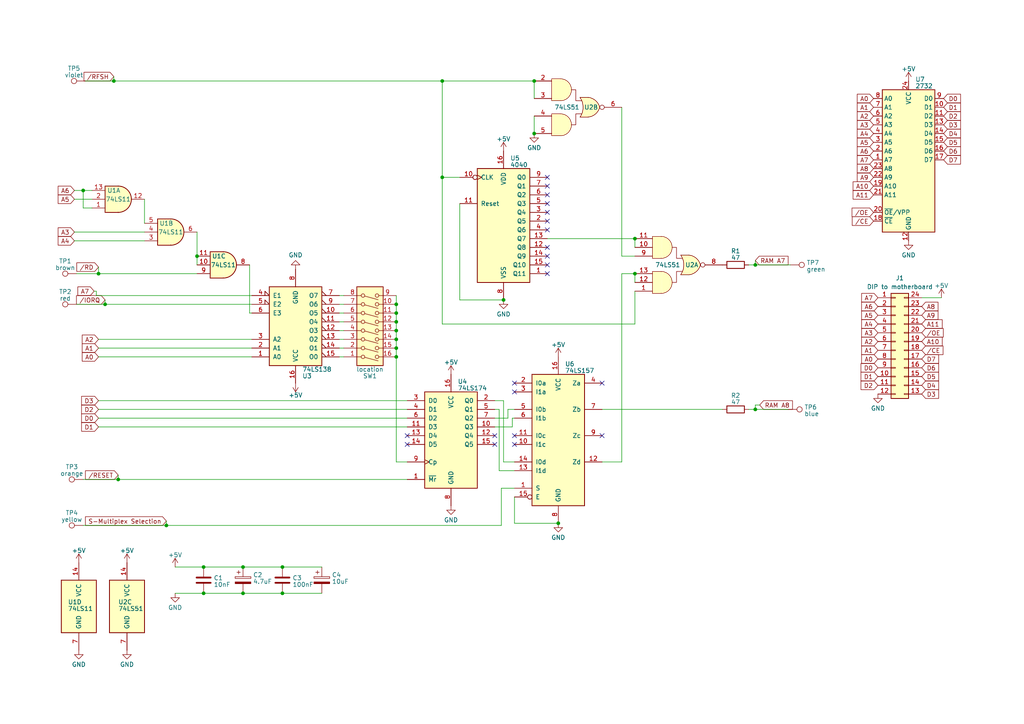
<source format=kicad_sch>
(kicad_sch (version 20230121) (generator eeschema)
  (paper "A4")
  (lib_symbols
    (symbol "4xxx:4040" (pin_names (offset 1.016))
      (property "Reference" "U" (at -7.62 16.51 0))
      (property "Value" "4040" (at -7.62 -19.05 0))
      (symbol "4040_1_0"
        (pin output line (at 12.7 -15.24 180) (length 5.08) (name "Q11") (number "1"))
        (pin input inverted_clock (at -12.7 12.7 0) (length 5.08) (name "CLK") (number "10"))
        (pin input line (at -12.7 5.08 0) (length 5.08) (name "Reset") (number "11"))
        (pin output line (at 12.7 -7.62 180) (length 5.08) (name "Q8") (number "12"))
        (pin output line (at 12.7 -5.08 180) (length 5.08) (name "Q7") (number "13"))
        (pin output line (at 12.7 -10.16 180) (length 5.08) (name "Q9") (number "14"))
        (pin output line (at 12.7 -12.7 180) (length 5.08) (name "Q10") (number "15"))
        (pin power_in line (at 0 20.32 270) (length 5.08) (name "VDD") (number "16"))
        (pin output line (at 12.7 0 180) (length 5.08) (name "Q5") (number "2"))
        (pin output line (at 12.7 2.54 180) (length 5.08) (name "Q4") (number "3"))
        (pin output line (at 12.7 -2.54 180) (length 5.08) (name "Q6") (number "4"))
        (pin output line (at 12.7 5.08 180) (length 5.08) (name "Q3") (number "5"))
        (pin output line (at 12.7 7.62 180) (length 5.08) (name "Q2") (number "6"))
        (pin output line (at 12.7 10.16 180) (length 5.08) (name "Q1") (number "7"))
        (pin power_in line (at 0 -22.86 90) (length 5.08) (name "VSS") (number "8"))
        (pin output line (at 12.7 12.7 180) (length 5.08) (name "Q0") (number "9"))
      )
      (symbol "4040_1_1"
        (rectangle (start -7.62 15.24) (end 7.62 -17.78) (stroke (width 0.254)) (fill (type background)))
      )
    )
    (symbol "74xx:74LS11" (pin_names (offset 1.016))
      (property "Reference" "U" (at 0 1.27 0))
      (property "Value" "74LS11" (at 0 -1.27 0))
      (symbol "74LS11_1_1"
        (arc (start 0 -3.81) (mid 3.7934 0) (end 0 3.81) (stroke (width 0.254)) (fill (type background)))
        (polyline (pts (xy 0 3.81) (xy -3.81 3.81) (xy -3.81 -3.81) (xy 0 -3.81)) (stroke (width 0.254)) (fill (type background)))
        (pin input line (at -7.62 2.54 0) (length 3.81) (name "~") (number "1"))
        (pin output line (at 7.62 0 180) (length 3.81) (name "~") (number "12"))
        (pin input line (at -7.62 -2.54 0) (length 3.81) (name "~") (number "13"))
        (pin input line (at -7.62 0 0) (length 3.81) (name "~") (number "2"))
      )
      (symbol "74LS11_1_2"
        (arc (start -3.81 -3.81) (mid -2.589 0) (end -3.81 3.81) (stroke (width 0.254)))
        (arc (start -0.6096 -3.81) (mid 2.1842 -2.5851) (end 3.81 0) (stroke (width 0.254)) (fill (type background)))
        (polyline (pts (xy -3.81 -3.81) (xy -0.635 -3.81)) (stroke (width 0.254)) (fill (type background)))
        (polyline (pts (xy -3.81 3.81) (xy -0.635 3.81)) (stroke (width 0.254)) (fill (type background)))
        (polyline (pts (xy -0.635 3.81) (xy -3.81 3.81) (xy -3.81 3.81) (xy -3.556 3.4036) (xy -3.0226 2.2606) (xy -2.6924 1.0414) (xy -2.6162 -0.254) (xy -2.7686 -1.4986) (xy -3.175 -2.7178) (xy -3.81 -3.81) (xy -3.81 -3.81) (xy -0.635 -3.81)) (stroke (width -25.4)) (fill (type background)))
        (arc (start 3.81 0) (mid 2.1915 2.5936) (end -0.6096 3.81) (stroke (width 0.254)) (fill (type background)))
        (pin input inverted (at -7.62 2.54 0) (length 4.318) (name "~") (number "1"))
        (pin output inverted (at 7.62 0 180) (length 3.81) (name "~") (number "12"))
        (pin input inverted (at -7.62 -2.54 0) (length 4.318) (name "~") (number "13"))
        (pin input inverted (at -7.62 0 0) (length 4.953) (name "~") (number "2"))
      )
      (symbol "74LS11_2_1"
        (arc (start 0 -3.81) (mid 3.7934 0) (end 0 3.81) (stroke (width 0.254)) (fill (type background)))
        (polyline (pts (xy 0 3.81) (xy -3.81 3.81) (xy -3.81 -3.81) (xy 0 -3.81)) (stroke (width 0.254)) (fill (type background)))
        (pin input line (at -7.62 2.54 0) (length 3.81) (name "~") (number "3"))
        (pin input line (at -7.62 0 0) (length 3.81) (name "~") (number "4"))
        (pin input line (at -7.62 -2.54 0) (length 3.81) (name "~") (number "5"))
        (pin output line (at 7.62 0 180) (length 3.81) (name "~") (number "6"))
      )
      (symbol "74LS11_2_2"
        (arc (start -3.81 -3.81) (mid -2.589 0) (end -3.81 3.81) (stroke (width 0.254)))
        (arc (start -0.6096 -3.81) (mid 2.1842 -2.5851) (end 3.81 0) (stroke (width 0.254)) (fill (type background)))
        (polyline (pts (xy -3.81 -3.81) (xy -0.635 -3.81)) (stroke (width 0.254)) (fill (type background)))
        (polyline (pts (xy -3.81 3.81) (xy -0.635 3.81)) (stroke (width 0.254)) (fill (type background)))
        (polyline (pts (xy -0.635 3.81) (xy -3.81 3.81) (xy -3.81 3.81) (xy -3.556 3.4036) (xy -3.0226 2.2606) (xy -2.6924 1.0414) (xy -2.6162 -0.254) (xy -2.7686 -1.4986) (xy -3.175 -2.7178) (xy -3.81 -3.81) (xy -3.81 -3.81) (xy -0.635 -3.81)) (stroke (width -25.4)) (fill (type background)))
        (arc (start 3.81 0) (mid 2.1915 2.5936) (end -0.6096 3.81) (stroke (width 0.254)) (fill (type background)))
        (pin input inverted (at -7.62 2.54 0) (length 4.318) (name "~") (number "3"))
        (pin input inverted (at -7.62 0 0) (length 4.953) (name "~") (number "4"))
        (pin input inverted (at -7.62 -2.54 0) (length 4.318) (name "~") (number "5"))
        (pin output inverted (at 7.62 0 180) (length 3.81) (name "~") (number "6"))
      )
      (symbol "74LS11_3_1"
        (arc (start 0 -3.81) (mid 3.7934 0) (end 0 3.81) (stroke (width 0.254)) (fill (type background)))
        (polyline (pts (xy 0 3.81) (xy -3.81 3.81) (xy -3.81 -3.81) (xy 0 -3.81)) (stroke (width 0.254)) (fill (type background)))
        (pin input line (at -7.62 0 0) (length 3.81) (name "~") (number "10"))
        (pin input line (at -7.62 -2.54 0) (length 3.81) (name "~") (number "11"))
        (pin output line (at 7.62 0 180) (length 3.81) (name "~") (number "8"))
        (pin input line (at -7.62 2.54 0) (length 3.81) (name "~") (number "9"))
      )
      (symbol "74LS11_3_2"
        (arc (start -3.81 -3.81) (mid -2.589 0) (end -3.81 3.81) (stroke (width 0.254)))
        (arc (start -0.6096 -3.81) (mid 2.1842 -2.5851) (end 3.81 0) (stroke (width 0.254)) (fill (type background)))
        (polyline (pts (xy -3.81 -3.81) (xy -0.635 -3.81)) (stroke (width 0.254)) (fill (type background)))
        (polyline (pts (xy -3.81 3.81) (xy -0.635 3.81)) (stroke (width 0.254)) (fill (type background)))
        (polyline (pts (xy -0.635 3.81) (xy -3.81 3.81) (xy -3.81 3.81) (xy -3.556 3.4036) (xy -3.0226 2.2606) (xy -2.6924 1.0414) (xy -2.6162 -0.254) (xy -2.7686 -1.4986) (xy -3.175 -2.7178) (xy -3.81 -3.81) (xy -3.81 -3.81) (xy -0.635 -3.81)) (stroke (width -25.4)) (fill (type background)))
        (arc (start 3.81 0) (mid 2.1915 2.5936) (end -0.6096 3.81) (stroke (width 0.254)) (fill (type background)))
        (pin input inverted (at -7.62 0 0) (length 4.953) (name "~") (number "10"))
        (pin input inverted (at -7.62 -2.54 0) (length 4.318) (name "~") (number "11"))
        (pin output inverted (at 7.62 0 180) (length 3.81) (name "~") (number "8"))
        (pin input inverted (at -7.62 2.54 0) (length 4.318) (name "~") (number "9"))
      )
      (symbol "74LS11_4_0"
        (pin power_in line (at 0 12.7 270) (length 5.08) (name "VCC") (number "14"))
        (pin power_in line (at 0 -12.7 90) (length 5.08) (name "GND") (number "7"))
      )
      (symbol "74LS11_4_1"
        (rectangle (start -5.08 7.62) (end 5.08 -7.62) (stroke (width 0.254)) (fill (type background)))
      )
    )
    (symbol "74xx:74LS138" (pin_names (offset 1.016))
      (property "Reference" "U" (at -7.62 11.43 0))
      (property "Value" "74LS138" (at -7.62 -13.97 0))
      (symbol "74LS138_1_0"
        (pin input line (at -12.7 7.62 0) (length 5.08) (name "A0") (number "1"))
        (pin output output_low (at 12.7 -5.08 180) (length 5.08) (name "O5") (number "10"))
        (pin output output_low (at 12.7 -2.54 180) (length 5.08) (name "O4") (number "11"))
        (pin output output_low (at 12.7 0 180) (length 5.08) (name "O3") (number "12"))
        (pin output output_low (at 12.7 2.54 180) (length 5.08) (name "O2") (number "13"))
        (pin output output_low (at 12.7 5.08 180) (length 5.08) (name "O1") (number "14"))
        (pin output output_low (at 12.7 7.62 180) (length 5.08) (name "O0") (number "15"))
        (pin power_in line (at 0 15.24 270) (length 5.08) (name "VCC") (number "16"))
        (pin input line (at -12.7 5.08 0) (length 5.08) (name "A1") (number "2"))
        (pin input line (at -12.7 2.54 0) (length 5.08) (name "A2") (number "3"))
        (pin input input_low (at -12.7 -10.16 0) (length 5.08) (name "E1") (number "4"))
        (pin input input_low (at -12.7 -7.62 0) (length 5.08) (name "E2") (number "5"))
        (pin input line (at -12.7 -5.08 0) (length 5.08) (name "E3") (number "6"))
        (pin output output_low (at 12.7 -10.16 180) (length 5.08) (name "O7") (number "7"))
        (pin power_in line (at 0 -17.78 90) (length 5.08) (name "GND") (number "8"))
        (pin output output_low (at 12.7 -7.62 180) (length 5.08) (name "O6") (number "9"))
      )
      (symbol "74LS138_1_1"
        (rectangle (start -7.62 10.16) (end 7.62 -12.7) (stroke (width 0.254)) (fill (type background)))
      )
    )
    (symbol "74xx:74LS157" (pin_names (offset 1.016))
      (property "Reference" "U" (at -7.62 19.05 0))
      (property "Value" "74LS157" (at -7.62 -21.59 0))
      (symbol "74LS157_1_0"
        (pin input line (at -12.7 -15.24 0) (length 5.08) (name "S") (number "1"))
        (pin input line (at -12.7 -2.54 0) (length 5.08) (name "I1c") (number "10"))
        (pin input line (at -12.7 0 0) (length 5.08) (name "I0c") (number "11"))
        (pin output line (at 12.7 -7.62 180) (length 5.08) (name "Zd") (number "12"))
        (pin input line (at -12.7 -10.16 0) (length 5.08) (name "I1d") (number "13"))
        (pin input line (at -12.7 -7.62 0) (length 5.08) (name "I0d") (number "14"))
        (pin input inverted (at -12.7 -17.78 0) (length 5.08) (name "E") (number "15"))
        (pin power_in line (at 0 22.86 270) (length 5.08) (name "VCC") (number "16"))
        (pin input line (at -12.7 15.24 0) (length 5.08) (name "I0a") (number "2"))
        (pin input line (at -12.7 12.7 0) (length 5.08) (name "I1a") (number "3"))
        (pin output line (at 12.7 15.24 180) (length 5.08) (name "Za") (number "4"))
        (pin input line (at -12.7 7.62 0) (length 5.08) (name "I0b") (number "5"))
        (pin input line (at -12.7 5.08 0) (length 5.08) (name "I1b") (number "6"))
        (pin output line (at 12.7 7.62 180) (length 5.08) (name "Zb") (number "7"))
        (pin power_in line (at 0 -25.4 90) (length 5.08) (name "GND") (number "8"))
        (pin output line (at 12.7 0 180) (length 5.08) (name "Zc") (number "9"))
      )
      (symbol "74LS157_1_1"
        (rectangle (start -7.62 17.78) (end 7.62 -20.32) (stroke (width 0.254)) (fill (type background)))
      )
    )
    (symbol "74xx:74LS174" (pin_names (offset 1.016))
      (property "Reference" "U" (at -7.62 13.97 0))
      (property "Value" "74LS174" (at -7.62 -16.51 0))
      (symbol "74LS174_1_0"
        (pin input line (at -12.7 -12.7 0) (length 5.08) (name "~{Mr}") (number "1"))
        (pin output line (at 12.7 2.54 180) (length 5.08) (name "Q3") (number "10"))
        (pin input line (at -12.7 2.54 0) (length 5.08) (name "D3") (number "11"))
        (pin output line (at 12.7 0 180) (length 5.08) (name "Q4") (number "12"))
        (pin input line (at -12.7 0 0) (length 5.08) (name "D4") (number "13"))
        (pin input line (at -12.7 -2.54 0) (length 5.08) (name "D5") (number "14"))
        (pin output line (at 12.7 -2.54 180) (length 5.08) (name "Q5") (number "15"))
        (pin power_in line (at 0 17.78 270) (length 5.08) (name "VCC") (number "16"))
        (pin output line (at 12.7 10.16 180) (length 5.08) (name "Q0") (number "2"))
        (pin input line (at -12.7 10.16 0) (length 5.08) (name "D0") (number "3"))
        (pin input line (at -12.7 7.62 0) (length 5.08) (name "D1") (number "4"))
        (pin output line (at 12.7 7.62 180) (length 5.08) (name "Q1") (number "5"))
        (pin input line (at -12.7 5.08 0) (length 5.08) (name "D2") (number "6"))
        (pin output line (at 12.7 5.08 180) (length 5.08) (name "Q2") (number "7"))
        (pin power_in line (at 0 -20.32 90) (length 5.08) (name "GND") (number "8"))
        (pin input clock (at -12.7 -7.62 0) (length 5.08) (name "Cp") (number "9"))
      )
      (symbol "74LS174_1_1"
        (rectangle (start -7.62 12.7) (end 7.62 -15.24) (stroke (width 0.254)) (fill (type background)))
      )
    )
    (symbol "74xx:74LS51" (pin_names (offset 1.016))
      (property "Reference" "U" (at -7.62 10.16 0))
      (property "Value" "74LS51" (at -7.62 -10.16 0))
      (symbol "74LS51_1_0"
        (arc (start -5.08 -8.255) (mid -1.9188 -5.08) (end -5.08 -1.905) (fill (type background)))
        (arc (start -5.08 1.905) (mid -1.9188 5.08) (end -5.08 8.255) (fill (type background)))
        (polyline (pts (xy -5.08 -1.905) (xy -7.62 -1.905) (xy -7.62 -8.255) (xy -5.08 -8.255)) (fill (type background)))
        (polyline (pts (xy -5.08 1.905) (xy -7.62 1.905) (xy -7.62 8.255) (xy -5.08 8.255)) (fill (type background)))
        (polyline (pts (xy -1.905 -5.08) (xy -0.635 -5.08) (xy -0.635 -1.905) (xy 1.016 -1.905)))
        (polyline (pts (xy -1.905 5.08) (xy -0.635 5.08) (xy -0.635 1.905) (xy 1.016 1.905)))
        (polyline (pts (xy 2.9718 2.8702) (xy 0.5842 2.8702) (xy 0.5842 2.8448) (xy 0.635 2.7432) (xy 0.7112 2.6416) (xy 0.762 2.54) (xy 0.8382 2.4384) (xy 0.889 2.3114) (xy 0.9652 2.2098) (xy 1.016 2.0828) (xy 1.0668 1.9812) (xy 1.1176 1.8542) (xy 1.1684 1.7526) (xy 1.2192 1.6256) (xy 1.2446 1.4986) (xy 1.2954 1.3716) (xy 1.3208 1.27) (xy 1.3462 1.143) (xy 1.3716 1.016) (xy 1.397 0.889) (xy 1.4224 0.762) (xy 1.4478 0.635) (xy 1.4478 0.508) (xy 1.4732 0.381) (xy 1.4732 0.254) (xy 1.4732 0.127) (xy 1.4732 0) (xy 1.4732 -0.127) (xy 1.4732 -0.254) (xy 1.4732 -0.381) (xy 1.4732 -0.508) (xy 1.4478 -0.635) (xy 1.4224 -0.762) (xy 1.397 -0.889) (xy 1.397 -1.016) (xy 1.3462 -1.143) (xy 1.3208 -1.2446) (xy 1.2954 -1.3716) (xy 1.2446 -1.4986) (xy 1.2192 -1.6256) (xy 1.1684 -1.7272) (xy 1.1176 -1.8542) (xy 1.0668 -1.9812) (xy 1.016 -2.0828) (xy 0.9652 -2.2098) (xy 0.9144 -2.3114) (xy 0.8636 -2.4384) (xy 0.7874 -2.54) (xy 0.7112 -2.6416) (xy 0.6604 -2.7432) (xy 0.5842 -2.8448) (xy 0.5842 -2.8448) (xy 2.9718 -2.8448)) (stroke (width 0.1778)) (fill (type background)))
        (arc (start 2.9718 -2.8448) (mid 5.0811 -1.9407) (end 6.2992 0) (stroke (width 0.1778)) (fill (type background)))
        (arc (start 6.2992 0) (mid 5.0781 1.9435) (end 2.9718 2.8702) (stroke (width 0.1778)) (fill (type background)))
        (circle (center 6.985 0) (radius 0.635))
        (pin input line (at -12.7 7.62 0) (length 5.08) (name "~") (number "1"))
        (pin input line (at -12.7 -5.08 0) (length 5.08) (name "~") (number "10"))
        (pin input line (at -12.7 -7.62 0) (length 5.08) (name "~") (number "11"))
        (pin input line (at -12.7 5.08 0) (length 5.08) (name "~") (number "12"))
        (pin input line (at -12.7 2.54 0) (length 5.08) (name "~") (number "13"))
        (pin output line (at 12.7 0 180) (length 5.08) (name "~") (number "8"))
        (pin input line (at -12.7 -2.54 0) (length 5.08) (name "~") (number "9"))
      )
      (symbol "74LS51_2_0"
        (arc (start -5.08 -8.255) (mid -1.9188 -5.08) (end -5.08 -1.905) (fill (type background)))
        (arc (start -5.08 1.905) (mid -1.9188 5.08) (end -5.08 8.255) (fill (type background)))
        (polyline (pts (xy -5.08 -1.905) (xy -7.62 -1.905) (xy -7.62 -8.255) (xy -5.08 -8.255)) (fill (type background)))
        (polyline (pts (xy -5.08 1.905) (xy -7.62 1.905) (xy -7.62 8.255) (xy -5.08 8.255)) (fill (type background)))
        (polyline (pts (xy -1.905 -5.08) (xy -0.635 -5.08) (xy -0.635 -1.905) (xy 1.016 -1.905)))
        (polyline (pts (xy -1.905 5.08) (xy -0.635 5.08) (xy -0.635 1.905) (xy 1.016 1.905)))
        (polyline (pts (xy 2.9718 2.8702) (xy 0.5842 2.8702) (xy 0.5842 2.8448) (xy 0.635 2.7432) (xy 0.7112 2.6416) (xy 0.762 2.54) (xy 0.8382 2.4384) (xy 0.889 2.3114) (xy 0.9652 2.2098) (xy 1.016 2.0828) (xy 1.0668 1.9812) (xy 1.1176 1.8542) (xy 1.1684 1.7526) (xy 1.2192 1.6256) (xy 1.2446 1.4986) (xy 1.2954 1.3716) (xy 1.3208 1.27) (xy 1.3462 1.143) (xy 1.3716 1.016) (xy 1.397 0.889) (xy 1.4224 0.762) (xy 1.4478 0.635) (xy 1.4478 0.508) (xy 1.4732 0.381) (xy 1.4732 0.254) (xy 1.4732 0.127) (xy 1.4732 0) (xy 1.4732 -0.127) (xy 1.4732 -0.254) (xy 1.4732 -0.381) (xy 1.4732 -0.508) (xy 1.4478 -0.635) (xy 1.4224 -0.762) (xy 1.397 -0.889) (xy 1.397 -1.016) (xy 1.3462 -1.143) (xy 1.3208 -1.2446) (xy 1.2954 -1.3716) (xy 1.2446 -1.4986) (xy 1.2192 -1.6256) (xy 1.1684 -1.7272) (xy 1.1176 -1.8542) (xy 1.0668 -1.9812) (xy 1.016 -2.0828) (xy 0.9652 -2.2098) (xy 0.9144 -2.3114) (xy 0.8636 -2.4384) (xy 0.7874 -2.54) (xy 0.7112 -2.6416) (xy 0.6604 -2.7432) (xy 0.5842 -2.8448) (xy 0.5842 -2.8448) (xy 2.9718 -2.8448)) (stroke (width 0.1778)) (fill (type background)))
        (arc (start 2.9718 -2.8448) (mid 5.0811 -1.9407) (end 6.2992 0) (stroke (width 0.1778)) (fill (type background)))
        (arc (start 6.2992 0) (mid 5.0781 1.9435) (end 2.9718 2.8702) (stroke (width 0.1778)) (fill (type background)))
        (circle (center 6.985 0) (radius 0.635))
        (pin input line (at -12.7 7.62 0) (length 5.08) (name "~") (number "2"))
        (pin input line (at -12.7 2.54 0) (length 5.08) (name "~") (number "3"))
        (pin input line (at -12.7 -2.54 0) (length 5.08) (name "~") (number "4"))
        (pin input line (at -12.7 -7.62 0) (length 5.08) (name "~") (number "5"))
        (pin output line (at 12.7 0 180) (length 5.08) (name "~") (number "6"))
      )
      (symbol "74LS51_3_0"
        (pin power_in line (at 0 12.7 270) (length 5.08) (name "VCC") (number "14"))
        (pin power_in line (at 0 -12.7 90) (length 5.08) (name "GND") (number "7"))
      )
      (symbol "74LS51_3_1"
        (rectangle (start -5.08 7.62) (end 5.08 -7.62) (stroke (width 0.254)) (fill (type background)))
      )
    )
    (symbol "Connector:TestPoint" (pin_numbers hide) (pin_names (offset 0.762) hide)
      (property "Reference" "TP" (at 0 6.858 0))
      (property "Value" "TestPoint" (at 0 5.08 0))
      (symbol "TestPoint_0_1"
        (circle (center 0 3.302) (radius 0.762))
      )
      (symbol "TestPoint_1_1"
        (pin passive line (at 0 0 90) (length 2.54) (name "1") (number "1"))
      )
    )
    (symbol "Connector_Generic:Conn_02x12_Counter_Clockwise" (pin_names (offset 1.016) hide)
      (property "Reference" "J" (at 1.27 15.24 0))
      (property "Value" "Conn_02x12_Counter_Clockwise" (at 1.27 -17.78 0))
      (symbol "Conn_02x12_Counter_Clockwise_1_1"
        (rectangle (start -1.27 -15.113) (end 0 -15.367) (stroke (width 0.1524)))
        (rectangle (start -1.27 -12.573) (end 0 -12.827) (stroke (width 0.1524)))
        (rectangle (start -1.27 -10.033) (end 0 -10.287) (stroke (width 0.1524)))
        (rectangle (start -1.27 -7.493) (end 0 -7.747) (stroke (width 0.1524)))
        (rectangle (start -1.27 -4.953) (end 0 -5.207) (stroke (width 0.1524)))
        (rectangle (start -1.27 -2.413) (end 0 -2.667) (stroke (width 0.1524)))
        (rectangle (start -1.27 0.127) (end 0 -0.127) (stroke (width 0.1524)))
        (rectangle (start -1.27 2.667) (end 0 2.413) (stroke (width 0.1524)))
        (rectangle (start -1.27 5.207) (end 0 4.953) (stroke (width 0.1524)))
        (rectangle (start -1.27 7.747) (end 0 7.493) (stroke (width 0.1524)))
        (rectangle (start -1.27 10.287) (end 0 10.033) (stroke (width 0.1524)))
        (rectangle (start -1.27 12.827) (end 0 12.573) (stroke (width 0.1524)))
        (rectangle (start -1.27 13.97) (end 3.81 -16.51) (stroke (width 0.254)) (fill (type background)))
        (rectangle (start 3.81 -15.113) (end 2.54 -15.367) (stroke (width 0.1524)))
        (rectangle (start 3.81 -12.573) (end 2.54 -12.827) (stroke (width 0.1524)))
        (rectangle (start 3.81 -10.033) (end 2.54 -10.287) (stroke (width 0.1524)))
        (rectangle (start 3.81 -7.493) (end 2.54 -7.747) (stroke (width 0.1524)))
        (rectangle (start 3.81 -4.953) (end 2.54 -5.207) (stroke (width 0.1524)))
        (rectangle (start 3.81 -2.413) (end 2.54 -2.667) (stroke (width 0.1524)))
        (rectangle (start 3.81 0.127) (end 2.54 -0.127) (stroke (width 0.1524)))
        (rectangle (start 3.81 2.667) (end 2.54 2.413) (stroke (width 0.1524)))
        (rectangle (start 3.81 5.207) (end 2.54 4.953) (stroke (width 0.1524)))
        (rectangle (start 3.81 7.747) (end 2.54 7.493) (stroke (width 0.1524)))
        (rectangle (start 3.81 10.287) (end 2.54 10.033) (stroke (width 0.1524)))
        (rectangle (start 3.81 12.827) (end 2.54 12.573) (stroke (width 0.1524)))
        (pin passive line (at -5.08 12.7 0) (length 3.81) (name "Pin_1") (number "1"))
        (pin passive line (at -5.08 -10.16 0) (length 3.81) (name "Pin_10") (number "10"))
        (pin passive line (at -5.08 -12.7 0) (length 3.81) (name "Pin_11") (number "11"))
        (pin passive line (at -5.08 -15.24 0) (length 3.81) (name "Pin_12") (number "12"))
        (pin passive line (at 7.62 -15.24 180) (length 3.81) (name "Pin_13") (number "13"))
        (pin passive line (at 7.62 -12.7 180) (length 3.81) (name "Pin_14") (number "14"))
        (pin passive line (at 7.62 -10.16 180) (length 3.81) (name "Pin_15") (number "15"))
        (pin passive line (at 7.62 -7.62 180) (length 3.81) (name "Pin_16") (number "16"))
        (pin passive line (at 7.62 -5.08 180) (length 3.81) (name "Pin_17") (number "17"))
        (pin passive line (at 7.62 -2.54 180) (length 3.81) (name "Pin_18") (number "18"))
        (pin passive line (at 7.62 0 180) (length 3.81) (name "Pin_19") (number "19"))
        (pin passive line (at -5.08 10.16 0) (length 3.81) (name "Pin_2") (number "2"))
        (pin passive line (at 7.62 2.54 180) (length 3.81) (name "Pin_20") (number "20"))
        (pin passive line (at 7.62 5.08 180) (length 3.81) (name "Pin_21") (number "21"))
        (pin passive line (at 7.62 7.62 180) (length 3.81) (name "Pin_22") (number "22"))
        (pin passive line (at 7.62 10.16 180) (length 3.81) (name "Pin_23") (number "23"))
        (pin passive line (at 7.62 12.7 180) (length 3.81) (name "Pin_24") (number "24"))
        (pin passive line (at -5.08 7.62 0) (length 3.81) (name "Pin_3") (number "3"))
        (pin passive line (at -5.08 5.08 0) (length 3.81) (name "Pin_4") (number "4"))
        (pin passive line (at -5.08 2.54 0) (length 3.81) (name "Pin_5") (number "5"))
        (pin passive line (at -5.08 0 0) (length 3.81) (name "Pin_6") (number "6"))
        (pin passive line (at -5.08 -2.54 0) (length 3.81) (name "Pin_7") (number "7"))
        (pin passive line (at -5.08 -5.08 0) (length 3.81) (name "Pin_8") (number "8"))
        (pin passive line (at -5.08 -7.62 0) (length 3.81) (name "Pin_9") (number "9"))
      )
    )
    (symbol "Device:C" (pin_numbers hide) (pin_names (offset 0.254))
      (property "Reference" "C" (at 0.635 2.54 0))
      (property "Value" "C" (at 0.635 -2.54 0))
      (symbol "C_0_1"
        (polyline (pts (xy -2.032 -0.762) (xy 2.032 -0.762)) (stroke (width 0.508)))
        (polyline (pts (xy -2.032 0.762) (xy 2.032 0.762)) (stroke (width 0.508)))
      )
      (symbol "C_1_1"
        (pin passive line (at 0 3.81 270) (length 2.794) (name "~") (number "1"))
        (pin passive line (at 0 -3.81 90) (length 2.794) (name "~") (number "2"))
      )
    )
    (symbol "Device:C_Polarized" (pin_numbers hide) (pin_names (offset 0.254))
      (property "Reference" "C" (at 0.635 2.54 0))
      (property "Value" "C_Polarized" (at 0.635 -2.54 0))
      (symbol "C_Polarized_0_1"
        (rectangle (start -2.286 0.508) (end 2.286 1.016))
        (polyline (pts (xy -1.778 2.286) (xy -0.762 2.286)))
        (polyline (pts (xy -1.27 2.794) (xy -1.27 1.778)))
        (rectangle (start 2.286 -0.508) (end -2.286 -1.016) (fill (type outline)))
      )
      (symbol "C_Polarized_1_1"
        (pin passive line (at 0 3.81 270) (length 2.794) (name "~") (number "1"))
        (pin passive line (at 0 -3.81 90) (length 2.794) (name "~") (number "2"))
      )
    )
    (symbol "Device:R" (pin_numbers hide) (pin_names (offset 0))
      (property "Reference" "R" (at 2.032 0 90))
      (property "Value" "R" (at 0 0 90))
      (symbol "R_0_1"
        (rectangle (start -1.016 -2.54) (end 1.016 2.54) (stroke (width 0.254)))
      )
      (symbol "R_1_1"
        (pin passive line (at 0 3.81 270) (length 1.27) (name "~") (number "1"))
        (pin passive line (at 0 -3.81 90) (length 1.27) (name "~") (number "2"))
      )
    )
    (symbol "Evan's parts:2732"
      (property "Reference" "U" (at -7.62 21.59 0))
      (property "Value" "2732" (at 2.54 -22.225 0))
      (symbol "2732_1_1"
        (rectangle (start -7.62 20.32) (end 7.62 -20.955) (stroke (width 0.254)) (fill (type background)))
        (pin input line (at -10.16 0 0) (length 2.54) (name "A7") (number "1"))
        (pin tri_state line (at 10.16 15.24 180) (length 2.54) (name "D1") (number "10"))
        (pin tri_state line (at 10.16 12.7 180) (length 2.54) (name "D2") (number "11"))
        (pin power_in line (at 0 -23.495 90) (length 2.54) (name "GND") (number "12"))
        (pin tri_state line (at 10.16 10.16 180) (length 2.54) (name "D3") (number "13"))
        (pin tri_state line (at 10.16 7.62 180) (length 2.54) (name "D4") (number "14"))
        (pin tri_state line (at 10.16 5.08 180) (length 2.54) (name "D5") (number "15"))
        (pin tri_state line (at 10.16 2.54 180) (length 2.54) (name "D6") (number "16"))
        (pin tri_state line (at 10.16 0 180) (length 2.54) (name "D7") (number "17"))
        (pin input line (at -10.16 -17.78 0) (length 2.54) (name "~{CE}") (number "18"))
        (pin input line (at -10.16 -7.62 0) (length 2.54) (name "A10") (number "19"))
        (pin input line (at -10.16 2.54 0) (length 2.54) (name "A6") (number "2"))
        (pin input line (at -10.16 -15.24 0) (length 2.54) (name "~{OE}/VPP") (number "20"))
        (pin input line (at -10.16 -10.16 0) (length 2.54) (name "A11") (number "21"))
        (pin input line (at -10.16 -5.08 0) (length 2.54) (name "A9") (number "22"))
        (pin input line (at -10.16 -2.54 0) (length 2.54) (name "A8") (number "23"))
        (pin power_in line (at 0 22.86 270) (length 2.54) (name "VCC") (number "24"))
        (pin input line (at -10.16 5.08 0) (length 2.54) (name "A5") (number "3"))
        (pin input line (at -10.16 7.62 0) (length 2.54) (name "A4") (number "4"))
        (pin input line (at -10.16 10.16 0) (length 2.54) (name "A3") (number "5"))
        (pin input line (at -10.16 12.7 0) (length 2.54) (name "A2") (number "6"))
        (pin input line (at -10.16 15.24 0) (length 2.54) (name "A1") (number "7"))
        (pin input line (at -10.16 17.78 0) (length 2.54) (name "A0") (number "8"))
        (pin tri_state line (at 10.16 17.78 180) (length 2.54) (name "D0") (number "9"))
      )
    )
    (symbol "Switch:SW_DIP_x08" (pin_names (offset 0) hide)
      (property "Reference" "SW" (at 0 13.97 0))
      (property "Value" "SW_DIP_x08" (at 0 -11.43 0))
      (symbol "SW_DIP_x08_0_0"
        (circle (center -2.032 -7.62) (radius 0.508))
        (circle (center -2.032 -5.08) (radius 0.508))
        (circle (center -2.032 -2.54) (radius 0.508))
        (circle (center -2.032 0) (radius 0.508))
        (circle (center -2.032 2.54) (radius 0.508))
        (circle (center -2.032 5.08) (radius 0.508))
        (circle (center -2.032 7.62) (radius 0.508))
        (circle (center -2.032 10.16) (radius 0.508))
        (polyline (pts (xy -1.524 -7.4676) (xy 2.3622 -6.4262)))
        (polyline (pts (xy -1.524 -4.9276) (xy 2.3622 -3.8862)))
        (polyline (pts (xy -1.524 -2.3876) (xy 2.3622 -1.3462)))
        (polyline (pts (xy -1.524 0.127) (xy 2.3622 1.1684)))
        (polyline (pts (xy -1.524 2.667) (xy 2.3622 3.7084)))
        (polyline (pts (xy -1.524 5.207) (xy 2.3622 6.2484)))
        (polyline (pts (xy -1.524 7.747) (xy 2.3622 8.7884)))
        (polyline (pts (xy -1.524 10.287) (xy 2.3622 11.3284)))
        (circle (center 2.032 -7.62) (radius 0.508))
        (circle (center 2.032 -5.08) (radius 0.508))
        (circle (center 2.032 -2.54) (radius 0.508))
        (circle (center 2.032 0) (radius 0.508))
        (circle (center 2.032 2.54) (radius 0.508))
        (circle (center 2.032 5.08) (radius 0.508))
        (circle (center 2.032 7.62) (radius 0.508))
        (circle (center 2.032 10.16) (radius 0.508))
      )
      (symbol "SW_DIP_x08_0_1"
        (rectangle (start -3.81 12.7) (end 3.81 -10.16) (stroke (width 0.254)) (fill (type background)))
      )
      (symbol "SW_DIP_x08_1_1"
        (pin passive line (at -7.62 10.16 0) (length 5.08) (name "~") (number "1"))
        (pin passive line (at 7.62 -5.08 180) (length 5.08) (name "~") (number "10"))
        (pin passive line (at 7.62 -2.54 180) (length 5.08) (name "~") (number "11"))
        (pin passive line (at 7.62 0 180) (length 5.08) (name "~") (number "12"))
        (pin passive line (at 7.62 2.54 180) (length 5.08) (name "~") (number "13"))
        (pin passive line (at 7.62 5.08 180) (length 5.08) (name "~") (number "14"))
        (pin passive line (at 7.62 7.62 180) (length 5.08) (name "~") (number "15"))
        (pin passive line (at 7.62 10.16 180) (length 5.08) (name "~") (number "16"))
        (pin passive line (at -7.62 7.62 0) (length 5.08) (name "~") (number "2"))
        (pin passive line (at -7.62 5.08 0) (length 5.08) (name "~") (number "3"))
        (pin passive line (at -7.62 2.54 0) (length 5.08) (name "~") (number "4"))
        (pin passive line (at -7.62 0 0) (length 5.08) (name "~") (number "5"))
        (pin passive line (at -7.62 -2.54 0) (length 5.08) (name "~") (number "6"))
        (pin passive line (at -7.62 -5.08 0) (length 5.08) (name "~") (number "7"))
        (pin passive line (at -7.62 -7.62 0) (length 5.08) (name "~") (number "8"))
        (pin passive line (at 7.62 -7.62 180) (length 5.08) (name "~") (number "9"))
      )
    )
    (symbol "power:+5V" (power) (pin_names (offset 0))
      (property "Value" "+5V" (at 0 3.556 0))
      (symbol "+5V_0_1"
        (polyline (pts (xy -0.762 1.27) (xy 0 2.54)))
        (polyline (pts (xy 0 0) (xy 0 2.54)))
        (polyline (pts (xy 0 2.54) (xy 0.762 1.27)))
      )
      (symbol "+5V_1_1"
        (pin power_in line (at 0 0 90) (length 0) hide (name "+5V") (number "1"))
      )
    )
    (symbol "power:GND" (power) (pin_names (offset 0))
      (property "Value" "GND" (at 0 -3.81 0))
      (symbol "GND_0_1"
        (polyline (pts (xy 0 0) (xy 0 -1.27) (xy 1.27 -1.27) (xy 0 -2.54) (xy -1.27 -1.27) (xy 0 -1.27)))
      )
      (symbol "GND_1_1"
        (pin power_in line (at 0 0 270) (length 0) hide (name "GND") (number "1"))
      )
    )
  )
  (junction (at 24.13 55.245))
  (junction (at 114.935 103.505))
  (junction (at 114.935 88.265))
  (junction (at 59.055 172.085))
  (junction (at 114.935 95.885))
  (junction (at 154.94 23.495))
  (junction (at 57.15 74.295))
  (junction (at 154.94 38.735))
  (junction (at 184.15 79.375))
  (junction (at 70.485 172.085))
  (junction (at 219.075 118.745))
  (junction (at 146.05 86.995))
  (junction (at 219.075 76.835))
  (junction (at 81.915 164.465))
  (junction (at 114.935 98.425))
  (junction (at 184.15 69.215))
  (junction (at 114.935 93.345))
  (junction (at 48.26 152.4))
  (junction (at 114.935 90.805))
  (junction (at 34.29 139.065))
  (junction (at 33.02 23.495))
  (junction (at 59.055 164.465))
  (junction (at 81.915 172.085))
  (junction (at 28.575 79.375))
  (junction (at 70.485 164.465))
  (junction (at 128.27 51.435))
  (junction (at 161.925 151.765))
  (junction (at 128.27 23.495))
  (junction (at 114.935 100.965))
  (junction (at 30.48 88.265))
  (no_connect (at 118.11 128.905))
  (no_connect (at 143.51 126.365))
  (no_connect (at 118.11 126.365))
  (no_connect (at 174.625 126.365))
  (no_connect (at 149.225 111.125))
  (no_connect (at 158.75 59.055))
  (no_connect (at 158.75 74.295))
  (no_connect (at 149.225 126.365))
  (no_connect (at 143.51 128.905))
  (no_connect (at 158.75 51.435))
  (no_connect (at 158.75 79.375))
  (no_connect (at 174.625 111.125))
  (no_connect (at 158.75 76.835))
  (no_connect (at 158.75 61.595))
  (no_connect (at 158.75 71.755))
  (no_connect (at 158.75 64.135))
  (no_connect (at 158.75 66.675))
  (no_connect (at 149.225 113.665))
  (no_connect (at 158.75 56.515))
  (no_connect (at 149.225 128.905))
  (no_connect (at 158.75 53.975))
  (wire (pts (xy 21.59 67.31) (xy 41.91 67.31)))
  (wire (pts (xy 99.695 93.345) (xy 98.425 93.345)))
  (wire (pts (xy 128.27 51.435) (xy 133.35 51.435)))
  (wire (pts (xy 33.02 23.495) (xy 128.27 23.495)))
  (wire (pts (xy 50.8 164.465) (xy 59.055 164.465)))
  (wire (pts (xy 72.39 90.805) (xy 73.025 90.805)))
  (wire (pts (xy 50.8 172.085) (xy 59.055 172.085)))
  (wire (pts (xy 99.695 88.265) (xy 98.425 88.265)))
  (wire (pts (xy 133.35 59.055) (xy 133.35 86.995)))
  (wire (pts (xy 158.75 69.215) (xy 184.15 69.215)))
  (wire (pts (xy 149.225 141.605) (xy 145.415 141.605)))
  (wire (pts (xy 149.225 136.525) (xy 144.78 136.525)))
  (wire (pts (xy 209.55 118.745) (xy 174.625 118.745)))
  (wire (pts (xy 219.075 117.475) (xy 219.075 118.745)))
  (wire (pts (xy 144.78 118.745) (xy 143.51 118.745)))
  (wire (pts (xy 21.59 55.245) (xy 24.13 55.245)))
  (wire (pts (xy 30.48 86.995) (xy 30.48 88.265)))
  (wire (pts (xy 149.225 121.285) (xy 148.59 121.285)))
  (wire (pts (xy 133.35 86.995) (xy 146.05 86.995)))
  (wire (pts (xy 27.305 84.455) (xy 27.94 84.455)))
  (wire (pts (xy 180.34 31.115) (xy 180.34 74.295)))
  (wire (pts (xy 48.26 151.13) (xy 48.26 152.4)))
  (wire (pts (xy 28.575 123.825) (xy 118.11 123.825)))
  (wire (pts (xy 220.345 117.475) (xy 219.075 117.475)))
  (wire (pts (xy 48.26 152.4) (xy 145.415 152.4)))
  (wire (pts (xy 219.075 75.565) (xy 219.075 76.835)))
  (wire (pts (xy 24.13 139.065) (xy 34.29 139.065)))
  (wire (pts (xy 24.13 60.325) (xy 24.13 55.245)))
  (wire (pts (xy 174.625 133.985) (xy 180.34 133.985)))
  (wire (pts (xy 114.935 100.965) (xy 114.935 103.505)))
  (wire (pts (xy 154.94 23.495) (xy 154.94 28.575)))
  (wire (pts (xy 30.48 88.265) (xy 73.025 88.265)))
  (wire (pts (xy 118.11 133.985) (xy 114.935 133.985)))
  (wire (pts (xy 27.94 84.455) (xy 27.94 85.725)))
  (wire (pts (xy 229.235 76.835) (xy 219.075 76.835)))
  (wire (pts (xy 114.935 103.505) (xy 114.935 133.985)))
  (wire (pts (xy 34.29 137.795) (xy 34.29 139.065)))
  (wire (pts (xy 184.15 69.215) (xy 184.15 71.755)))
  (wire (pts (xy 146.05 116.205) (xy 143.51 116.205)))
  (wire (pts (xy 81.915 172.085) (xy 93.345 172.085)))
  (wire (pts (xy 22.225 88.265) (xy 30.48 88.265)))
  (wire (pts (xy 147.32 121.285) (xy 143.51 121.285)))
  (wire (pts (xy 128.27 93.98) (xy 184.15 93.98)))
  (wire (pts (xy 219.075 118.745) (xy 228.6 118.745)))
  (wire (pts (xy 34.29 139.065) (xy 118.11 139.065)))
  (wire (pts (xy 145.415 141.605) (xy 145.415 152.4)))
  (wire (pts (xy 28.575 77.47) (xy 28.575 79.375)))
  (wire (pts (xy 81.915 164.465) (xy 93.345 164.465)))
  (wire (pts (xy 99.695 85.725) (xy 98.425 85.725)))
  (wire (pts (xy 219.075 76.835) (xy 217.17 76.835)))
  (wire (pts (xy 28.575 118.745) (xy 118.11 118.745)))
  (wire (pts (xy 219.075 118.745) (xy 217.17 118.745)))
  (wire (pts (xy 72.39 76.835) (xy 72.39 90.805)))
  (wire (pts (xy 99.695 100.965) (xy 98.425 100.965)))
  (wire (pts (xy 149.225 151.765) (xy 149.225 144.145)))
  (wire (pts (xy 148.59 123.825) (xy 143.51 123.825)))
  (wire (pts (xy 57.15 74.295) (xy 57.15 76.835)))
  (wire (pts (xy 99.695 98.425) (xy 98.425 98.425)))
  (wire (pts (xy 59.055 172.085) (xy 70.485 172.085)))
  (wire (pts (xy 146.05 133.985) (xy 146.05 116.205)))
  (wire (pts (xy 114.935 93.345) (xy 114.935 95.885)))
  (wire (pts (xy 21.59 69.85) (xy 41.91 69.85)))
  (wire (pts (xy 26.67 60.325) (xy 24.13 60.325)))
  (wire (pts (xy 128.27 51.435) (xy 128.27 93.98)))
  (wire (pts (xy 70.485 164.465) (xy 81.915 164.465)))
  (wire (pts (xy 28.575 79.375) (xy 57.15 79.375)))
  (wire (pts (xy 99.695 90.805) (xy 98.425 90.805)))
  (wire (pts (xy 70.485 172.085) (xy 81.915 172.085)))
  (wire (pts (xy 24.765 23.495) (xy 33.02 23.495)))
  (wire (pts (xy 114.935 90.805) (xy 114.935 93.345)))
  (wire (pts (xy 114.935 85.725) (xy 114.935 88.265)))
  (wire (pts (xy 27.94 85.725) (xy 73.025 85.725)))
  (wire (pts (xy 28.575 98.425) (xy 73.025 98.425)))
  (wire (pts (xy 180.34 79.375) (xy 184.15 79.375)))
  (wire (pts (xy 144.78 136.525) (xy 144.78 118.745)))
  (wire (pts (xy 99.695 95.885) (xy 98.425 95.885)))
  (wire (pts (xy 33.02 22.225) (xy 33.02 23.495)))
  (wire (pts (xy 114.935 95.885) (xy 114.935 98.425)))
  (wire (pts (xy 28.575 121.285) (xy 118.11 121.285)))
  (wire (pts (xy 28.575 100.965) (xy 73.025 100.965)))
  (wire (pts (xy 147.32 118.745) (xy 147.32 121.285)))
  (wire (pts (xy 154.94 33.655) (xy 154.94 38.735)))
  (wire (pts (xy 128.27 23.495) (xy 154.94 23.495)))
  (wire (pts (xy 24.13 152.4) (xy 48.26 152.4)))
  (wire (pts (xy 41.91 64.77) (xy 41.91 57.785)))
  (wire (pts (xy 114.935 88.265) (xy 114.935 90.805)))
  (wire (pts (xy 149.225 133.985) (xy 146.05 133.985)))
  (wire (pts (xy 24.13 55.245) (xy 26.67 55.245)))
  (wire (pts (xy 59.055 164.465) (xy 70.485 164.465)))
  (wire (pts (xy 273.05 86.36) (xy 267.335 86.36)))
  (wire (pts (xy 28.575 116.205) (xy 118.11 116.205)))
  (wire (pts (xy 149.225 118.745) (xy 147.32 118.745)))
  (wire (pts (xy 184.15 79.375) (xy 184.15 81.915)))
  (wire (pts (xy 148.59 121.285) (xy 148.59 123.825)))
  (wire (pts (xy 22.225 79.375) (xy 28.575 79.375)))
  (wire (pts (xy 28.575 103.505) (xy 73.025 103.505)))
  (wire (pts (xy 99.695 103.505) (xy 98.425 103.505)))
  (wire (pts (xy 184.15 74.295) (xy 180.34 74.295)))
  (wire (pts (xy 128.27 23.495) (xy 128.27 51.435)))
  (wire (pts (xy 57.15 74.295) (xy 57.15 67.31)))
  (wire (pts (xy 180.34 133.985) (xy 180.34 79.375)))
  (wire (pts (xy 184.15 93.98) (xy 184.15 84.455)))
  (wire (pts (xy 21.59 57.785) (xy 26.67 57.785)))
  (wire (pts (xy 161.925 151.765) (xy 149.225 151.765)))
  (wire (pts (xy 114.935 98.425) (xy 114.935 100.965)))
  (global_label "A5" (shape input) (at 254.635 91.44 180) (property "Intersheetrefs" "${INTERSHEET_REFS}" (effects hide)))
  (global_label "{slash}OE" (shape input) (at 253.365 61.595 180) (property "Intersheetrefs" "${INTERSHEET_REFS}" (effects hide)))
  (global_label "D4" (shape input) (at 267.335 111.76 0) (property "Intersheetrefs" "${INTERSHEET_REFS}" (effects hide)))
  (global_label "A11" (shape input) (at 253.365 56.515 180) (property "Intersheetrefs" "${INTERSHEET_REFS}" (effects hide)))
  (global_label "A5" (shape input) (at 21.59 57.785 180) (property "Intersheetrefs" "${INTERSHEET_REFS}" (effects hide)))
  (global_label "A3" (shape input) (at 253.365 36.195 180) (property "Intersheetrefs" "${INTERSHEET_REFS}" (effects hide)))
  (global_label "A9" (shape input) (at 253.365 51.435 180) (property "Intersheetrefs" "${INTERSHEET_REFS}" (effects hide)))
  (global_label "A6" (shape input) (at 253.365 43.815 180) (property "Intersheetrefs" "${INTERSHEET_REFS}" (effects hide)))
  (global_label "D5" (shape input) (at 273.685 41.275 0) (property "Intersheetrefs" "${INTERSHEET_REFS}" (effects hide)))
  (global_label "A7" (shape input) (at 27.305 84.455 180) (property "Intersheetrefs" "${INTERSHEET_REFS}" (effects hide)))
  (global_label "A0" (shape input) (at 28.575 103.505 180) (property "Intersheetrefs" "${INTERSHEET_REFS}" (effects hide)))
  (global_label "{slash}RD" (shape input) (at 28.575 77.47 180) (property "Intersheetrefs" "${INTERSHEET_REFS}" (effects hide)))
  (global_label "D0" (shape input) (at 254.635 106.68 180) (property "Intersheetrefs" "${INTERSHEET_REFS}" (effects hide)))
  (global_label "S-Multiplex Selection" (shape input) (at 48.26 151.13 180) (property "Intersheetrefs" "${INTERSHEET_REFS}" (effects hide)))
  (global_label "D7" (shape input) (at 267.335 104.14 0) (property "Intersheetrefs" "${INTERSHEET_REFS}" (effects hide)))
  (global_label "A9" (shape input) (at 267.335 91.44 0) (property "Intersheetrefs" "${INTERSHEET_REFS}" (effects hide)))
  (global_label "D1" (shape input) (at 28.575 123.825 180) (property "Intersheetrefs" "${INTERSHEET_REFS}" (effects hide)))
  (global_label "A7" (shape input) (at 254.635 86.36 180) (property "Intersheetrefs" "${INTERSHEET_REFS}" (effects hide)))
  (global_label "A10" (shape input) (at 253.365 53.975 180) (property "Intersheetrefs" "${INTERSHEET_REFS}" (effects hide)))
  (global_label "D0" (shape input) (at 273.685 28.575 0) (property "Intersheetrefs" "${INTERSHEET_REFS}" (effects hide)))
  (global_label "D2" (shape input) (at 28.575 118.745 180) (property "Intersheetrefs" "${INTERSHEET_REFS}" (effects hide)))
  (global_label "A3" (shape input) (at 254.635 96.52 180) (property "Intersheetrefs" "${INTERSHEET_REFS}" (effects hide)))
  (global_label "D0" (shape input) (at 28.575 121.285 180) (property "Intersheetrefs" "${INTERSHEET_REFS}" (effects hide)))
  (global_label "A2" (shape input) (at 28.575 98.425 180) (property "Intersheetrefs" "${INTERSHEET_REFS}" (effects hide)))
  (global_label "A10" (shape input) (at 267.335 99.06 0) (property "Intersheetrefs" "${INTERSHEET_REFS}" (effects hide)))
  (global_label "RAM A8" (shape input) (at 220.345 117.475 0) (property "Intersheetrefs" "${INTERSHEET_REFS}" (effects hide)))
  (global_label "A1" (shape input) (at 28.575 100.965 180) (property "Intersheetrefs" "${INTERSHEET_REFS}" (effects hide)))
  (global_label "A1" (shape input) (at 253.365 31.115 180) (property "Intersheetrefs" "${INTERSHEET_REFS}" (effects hide)))
  (global_label "A4" (shape input) (at 253.365 38.735 180) (property "Intersheetrefs" "${INTERSHEET_REFS}" (effects hide)))
  (global_label "{slash}OE" (shape input) (at 267.335 96.52 0) (property "Intersheetrefs" "${INTERSHEET_REFS}" (effects hide)))
  (global_label "A5" (shape input) (at 253.365 41.275 180) (property "Intersheetrefs" "${INTERSHEET_REFS}" (effects hide)))
  (global_label "A4" (shape input) (at 254.635 93.98 180) (property "Intersheetrefs" "${INTERSHEET_REFS}" (effects hide)))
  (global_label "A4" (shape input) (at 21.59 69.85 180) (property "Intersheetrefs" "${INTERSHEET_REFS}" (effects hide)))
  (global_label "A6" (shape input) (at 254.635 88.9 180) (property "Intersheetrefs" "${INTERSHEET_REFS}" (effects hide)))
  (global_label "D3" (shape input) (at 267.335 114.3 0) (property "Intersheetrefs" "${INTERSHEET_REFS}" (effects hide)))
  (global_label "D6" (shape input) (at 273.685 43.815 0) (property "Intersheetrefs" "${INTERSHEET_REFS}" (effects hide)))
  (global_label "{slash}RESET" (shape input) (at 34.29 137.795 180) (property "Intersheetrefs" "${INTERSHEET_REFS}" (effects hide)))
  (global_label "A1" (shape input) (at 254.635 101.6 180) (property "Intersheetrefs" "${INTERSHEET_REFS}" (effects hide)))
  (global_label "A11" (shape input) (at 267.335 93.98 0) (property "Intersheetrefs" "${INTERSHEET_REFS}" (effects hide)))
  (global_label "A8" (shape input) (at 267.335 88.9 0) (property "Intersheetrefs" "${INTERSHEET_REFS}" (effects hide)))
  (global_label "{slash}RFSH" (shape input) (at 33.02 22.225 180) (property "Intersheetrefs" "${INTERSHEET_REFS}" (effects hide)))
  (global_label "{slash}IORQ" (shape input) (at 30.48 86.995 180) (property "Intersheetrefs" "${INTERSHEET_REFS}" (effects hide)))
  (global_label "{slash}CE" (shape input) (at 253.365 64.135 180) (property "Intersheetrefs" "${INTERSHEET_REFS}" (effects hide)))
  (global_label "D5" (shape input) (at 267.335 109.22 0) (property "Intersheetrefs" "${INTERSHEET_REFS}" (effects hide)))
  (global_label "A7" (shape input) (at 253.365 46.355 180) (property "Intersheetrefs" "${INTERSHEET_REFS}" (effects hide)))
  (global_label "D4" (shape input) (at 273.685 38.735 0) (property "Intersheetrefs" "${INTERSHEET_REFS}" (effects hide)))
  (global_label "A6" (shape input) (at 21.59 55.245 180) (property "Intersheetrefs" "${INTERSHEET_REFS}" (effects hide)))
  (global_label "D3" (shape input) (at 273.685 36.195 0) (property "Intersheetrefs" "${INTERSHEET_REFS}" (effects hide)))
  (global_label "{slash}CE" (shape input) (at 267.335 101.6 0) (property "Intersheetrefs" "${INTERSHEET_REFS}" (effects hide)))
  (global_label "D1" (shape input) (at 273.685 31.115 0) (property "Intersheetrefs" "${INTERSHEET_REFS}" (effects hide)))
  (global_label "A2" (shape input) (at 253.365 33.655 180) (property "Intersheetrefs" "${INTERSHEET_REFS}" (effects hide)))
  (global_label "D6" (shape input) (at 267.335 106.68 0) (property "Intersheetrefs" "${INTERSHEET_REFS}" (effects hide)))
  (global_label "A0" (shape input) (at 254.635 104.14 180) (property "Intersheetrefs" "${INTERSHEET_REFS}" (effects hide)))
  (global_label "A8" (shape input) (at 253.365 48.895 180) (property "Intersheetrefs" "${INTERSHEET_REFS}" (effects hide)))
  (global_label "D1" (shape input) (at 254.635 109.22 180) (property "Intersheetrefs" "${INTERSHEET_REFS}" (effects hide)))
  (global_label "D7" (shape input) (at 273.685 46.355 0) (property "Intersheetrefs" "${INTERSHEET_REFS}" (effects hide)))
  (global_label "A2" (shape input) (at 254.635 99.06 180) (property "Intersheetrefs" "${INTERSHEET_REFS}" (effects hide)))
  (global_label "D3" (shape input) (at 28.575 116.205 180) (property "Intersheetrefs" "${INTERSHEET_REFS}" (effects hide)))
  (global_label "D2" (shape input) (at 254.635 111.76 180) (property "Intersheetrefs" "${INTERSHEET_REFS}" (effects hide)))
  (global_label "A3" (shape input) (at 21.59 67.31 180) (property "Intersheetrefs" "${INTERSHEET_REFS}" (effects hide)))
  (global_label "A0" (shape input) (at 253.365 28.575 180) (property "Intersheetrefs" "${INTERSHEET_REFS}" (effects hide)))
  (global_label "D2" (shape input) (at 273.685 33.655 0) (property "Intersheetrefs" "${INTERSHEET_REFS}" (effects hide)))
  (global_label "RAM A7" (shape input) (at 219.075 75.565 0) (property "Intersheetrefs" "${INTERSHEET_REFS}" (effects hide)))
  (symbol (lib_id "Connector:TestPoint") (at 228.6 118.745 270) (unit 1)
    (property "Reference" "TP6" (at 233.299 118.1013 90) (effects (justify left)))
    (property "Value" "blue" (at 233.299 120.0223 90) (effects (justify left)))
    (property "Footprint" "TestPoint:TestPoint_Plated_Hole_D2.0mm" (effects hide))
  )
  (symbol (lib_id "Device:C") (at 59.055 168.275 0) (unit 1)
    (property "Reference" "C1" (at 61.976 167.6313 0) (effects (justify left)))
    (property "Value" "10nF" (at 61.976 169.5523 0) (effects (justify left)))
    (property "Footprint" "Capacitor_THT:C_Disc_D4.3mm_W1.9mm_P5.00mm" (effects hide))
  )
  (symbol (lib_id "power:GND") (at 154.94 38.735 0) (mirror y) (unit 1)
    (property "Reference" "#PWR013" (effects hide))
    (property "Value" "GND" (at 154.94 42.8705 0))
  )
  (symbol (lib_id "power:GND") (at 50.8 172.085 0) (unit 1)
    (property "Reference" "#PWR06" (effects hide))
    (property "Value" "GND" (at 50.8 176.2205 0))
  )
  (symbol (lib_id "power:GND") (at 161.925 151.765 0) (unit 1)
    (property "Reference" "#PWR015" (effects hide))
    (property "Value" "GND" (at 161.925 155.9005 0))
  )
  (symbol (lib_id "Connector:TestPoint") (at 22.225 88.265 90) (unit 1)
    (property "Reference" "TP2" (at 18.923 84.6201 90))
    (property "Value" "red" (at 18.923 86.5411 90))
    (property "Footprint" "TestPoint:TestPoint_Plated_Hole_D2.0mm" (effects hide))
  )
  (symbol (lib_id "Connector:TestPoint") (at 24.13 152.4 90) (unit 1)
    (property "Reference" "TP4" (at 20.828 148.7551 90))
    (property "Value" "yellow" (at 20.828 150.6761 90))
    (property "Footprint" "TestPoint:TestPoint_Plated_Hole_D2.0mm" (effects hide))
  )
  (symbol (lib_id "power:+5V") (at 273.05 86.36 0) (unit 1)
    (property "Reference" "#PWR019" (effects hide))
    (property "Value" "+5V" (at 273.05 82.8581 0))
  )
  (symbol (lib_id "4xxx:4040") (at 146.05 64.135 0) (unit 1)
    (property "Reference" "U5" (at 148.0059 45.8851 0) (effects (justify left)))
    (property "Value" "4040" (at 148.0059 47.8061 0) (effects (justify left)))
    (property "Footprint" "Package_DIP:DIP-16_W7.62mm" (effects hide))
    (property "Datasheet" "http://www.intersil.com/content/dam/Intersil/documents/cd40/cd4020bms-24bms-40bms.pdf" (effects hide))
  )
  (symbol (lib_id "power:GND") (at 85.725 78.105 0) (mirror x) (unit 1)
    (property "Reference" "#PWR07" (effects hide))
    (property "Value" "GND" (at 85.725 73.9695 0))
  )
  (symbol (lib_id "Connector:TestPoint") (at 22.225 79.375 90) (unit 1)
    (property "Reference" "TP1" (at 18.923 75.7301 90))
    (property "Value" "brown" (at 18.923 77.6511 90))
    (property "Footprint" "TestPoint:TestPoint_Plated_Hole_D2.0mm" (effects hide))
  )
  (symbol (lib_id "Connector_Generic:Conn_02x12_Counter_Clockwise") (at 259.715 99.06 0) (unit 1)
    (property "Reference" "J1" (at 260.985 80.645 0))
    (property "Value" "DIP to motherboard" (at 260.985 83.185 0))
    (property "Footprint" "Package_DIP:DIP-24_W15.24mm" (effects hide))
  )
  (symbol (lib_id "Device:C") (at 81.915 168.275 0) (unit 1)
    (property "Reference" "C3" (at 84.836 167.6313 0) (effects (justify left)))
    (property "Value" "100nF" (at 84.836 169.5523 0) (effects (justify left)))
    (property "Footprint" "Capacitor_THT:C_Disc_D4.3mm_W1.9mm_P5.00mm" (effects hide))
  )
  (symbol (lib_id "74xx:74LS51") (at 196.85 76.835 0) (mirror x) (unit 1)
    (property "Reference" "U2" (at 200.66 76.835 0))
    (property "Value" "74LS51" (at 193.675 76.835 0))
    (property "Footprint" "Package_DIP:DIP-14_W7.62mm" (effects hide))
    (property "Datasheet" "http://www.ti.com/lit/ds/symlink/sn74ls51.pdf" (effects hide))
  )
  (symbol (lib_id "power:+5V") (at 146.05 43.815 0) (unit 1)
    (property "Reference" "#PWR011" (effects hide))
    (property "Value" "+5V" (at 146.05 40.3131 0))
  )
  (symbol (lib_id "Connector:TestPoint") (at 24.13 139.065 90) (unit 1)
    (property "Reference" "TP3" (at 20.828 135.4201 90))
    (property "Value" "orange" (at 20.828 137.3411 90))
    (property "Footprint" "TestPoint:TestPoint_Plated_Hole_D2.0mm" (effects hide))
  )
  (symbol (lib_id "Device:R") (at 213.36 76.835 90) (unit 1)
    (property "Reference" "R1" (at 213.36 72.8091 90))
    (property "Value" "47" (at 213.36 74.7301 90))
    (property "Footprint" "Resistor_THT:R_Axial_DIN0207_L6.3mm_D2.5mm_P10.16mm_Horizontal" (effects hide))
  )
  (symbol (lib_id "Evan's parts:2732") (at 263.525 46.355 0) (unit 1)
    (property "Reference" "U7" (at 265.4809 23.0251 0) (effects (justify left)))
    (property "Value" "2732" (at 265.4809 24.9461 0) (effects (justify left)))
    (property "Footprint" "Package_DIP:DIP-24_W15.24mm" (effects hide))
    (property "Datasheet" "https://downloads.reactivemicro.com/Electronics/ROM/2732%20EPROM.pdf" (effects hide))
  )
  (symbol (lib_id "power:+5V") (at 263.525 23.495 0) (unit 1)
    (property "Reference" "#PWR017" (effects hide))
    (property "Value" "+5V" (at 263.525 19.9931 0))
  )
  (symbol (lib_id "Connector:TestPoint") (at 229.235 76.835 270) (unit 1)
    (property "Reference" "TP7" (at 233.934 76.1913 90) (effects (justify left)))
    (property "Value" "green" (at 233.934 78.1123 90) (effects (justify left)))
    (property "Footprint" "TestPoint:TestPoint_Plated_Hole_D2.0mm" (effects hide))
  )
  (symbol (lib_id "power:GND") (at 263.525 69.85 0) (unit 1)
    (property "Reference" "#PWR018" (effects hide))
    (property "Value" "GND" (at 263.525 73.9855 0))
  )
  (symbol (lib_id "power:GND") (at 22.86 188.595 0) (unit 1)
    (property "Reference" "#PWR02" (effects hide))
    (property "Value" "GND" (at 22.86 192.7305 0))
  )
  (symbol (lib_id "power:+5V") (at 36.83 163.195 0) (unit 1)
    (property "Reference" "#PWR03" (effects hide))
    (property "Value" "+5V" (at 36.83 159.6931 0))
  )
  (symbol (lib_id "power:+5V") (at 161.925 103.505 0) (unit 1)
    (property "Reference" "#PWR014" (effects hide))
    (property "Value" "+5V" (at 161.925 100.0031 0))
  )
  (symbol (lib_id "power:+5V") (at 85.725 111.125 0) (mirror x) (unit 1)
    (property "Reference" "#PWR08" (effects hide))
    (property "Value" "+5V" (at 85.725 114.6269 0))
  )
  (symbol (lib_id "Connector:TestPoint") (at 24.765 23.495 90) (unit 1)
    (property "Reference" "TP5" (at 21.463 19.8501 90))
    (property "Value" "violet" (at 21.463 21.7711 90))
    (property "Footprint" "TestPoint:TestPoint_Plated_Hole_D2.0mm" (effects hide))
  )
  (symbol (lib_id "74xx:74LS157") (at 161.925 126.365 0) (unit 1)
    (property "Reference" "U6" (at 163.8809 105.5751 0) (effects (justify left)))
    (property "Value" "74LS157" (at 163.8809 107.4961 0) (effects (justify left)))
    (property "Footprint" "Package_DIP:DIP-16_W7.62mm" (effects hide))
    (property "Datasheet" "http://www.ti.com/lit/gpn/sn74LS157" (effects hide))
  )
  (symbol (lib_id "Device:C_Polarized") (at 70.485 168.275 0) (unit 1)
    (property "Reference" "C2" (at 73.406 166.7423 0) (effects (justify left)))
    (property "Value" "4.7uF" (at 73.406 168.6633 0) (effects (justify left)))
    (property "Footprint" "Capacitor_THT:C_Disc_D4.3mm_W1.9mm_P5.00mm" (effects hide))
  )
  (symbol (lib_id "Device:C_Polarized") (at 93.345 168.275 0) (unit 1)
    (property "Reference" "C4" (at 96.266 166.7423 0) (effects (justify left)))
    (property "Value" "10uF" (at 96.266 168.6633 0) (effects (justify left)))
    (property "Footprint" "Capacitor_THT:C_Axial_L12.0mm_D6.5mm_P20.00mm_Horizontal" (effects hide))
  )
  (symbol (lib_id "power:GND") (at 36.83 188.595 0) (unit 1)
    (property "Reference" "#PWR04" (effects hide))
    (property "Value" "GND" (at 36.83 192.7305 0))
  )
  (symbol (lib_id "power:+5V") (at 50.8 164.465 0) (unit 1)
    (property "Reference" "#PWR05" (effects hide))
    (property "Value" "+5V" (at 50.8 160.9631 0))
  )
  (symbol (lib_id "Switch:SW_DIP_x08") (at 107.315 93.345 0) (mirror x) (unit 1)
    (property "Reference" "SW1" (at 107.315 109.0549 0))
    (property "Value" "location" (at 107.315 107.1339 0))
    (property "Footprint" "Button_Switch_THT:SW_DIP_SPSTx08_Slide_9.78x22.5mm_W7.62mm_P2.54mm" (effects hide))
  )
  (symbol (lib_id "74xx:74LS11") (at 34.29 57.785 0) (mirror x) (unit 1)
    (property "Reference" "U1" (at 33.02 55.245 0))
    (property "Value" "74LS11" (at 34.29 57.785 0))
    (property "Footprint" "Package_DIP:DIP-14_W7.62mm" (effects hide))
    (property "Datasheet" "http://www.ti.com/lit/gpn/sn74LS11" (effects hide))
  )
  (symbol (lib_id "74xx:74LS51") (at 167.64 31.115 0) (unit 2)
    (property "Reference" "U2" (at 171.45 31.115 0))
    (property "Value" "74LS51" (at 164.465 31.115 0))
    (property "Footprint" "Package_DIP:DIP-14_W7.62mm" (effects hide))
    (property "Datasheet" "http://www.ti.com/lit/ds/symlink/sn74ls51.pdf" (effects hide))
  )
  (symbol (lib_id "74xx:74LS138") (at 85.725 95.885 0) (mirror x) (unit 1)
    (property "Reference" "U3" (at 87.6809 109.0549 0) (effects (justify left)))
    (property "Value" "74LS138" (at 87.6809 107.1339 0) (effects (justify left)))
    (property "Footprint" "Package_DIP:DIP-16_W7.62mm" (effects hide))
    (property "Datasheet" "http://www.ti.com/lit/gpn/sn74LS138" (effects hide))
  )
  (symbol (lib_id "74xx:74LS11") (at 49.53 67.31 0) (mirror x) (unit 2)
    (property "Reference" "U1" (at 48.26 64.77 0))
    (property "Value" "74LS11" (at 49.53 67.31 0))
    (property "Footprint" "Package_DIP:DIP-14_W7.62mm" (effects hide))
    (property "Datasheet" "http://www.ti.com/lit/gpn/sn74LS11" (effects hide))
  )
  (symbol (lib_id "Device:R") (at 213.36 118.745 90) (unit 1)
    (property "Reference" "R2" (at 213.36 114.7191 90))
    (property "Value" "47" (at 213.36 116.6401 90))
    (property "Footprint" "Resistor_THT:R_Axial_DIN0207_L6.3mm_D2.5mm_P10.16mm_Horizontal" (effects hide))
  )
  (symbol (lib_id "power:+5V") (at 130.81 108.585 0) (unit 1)
    (property "Reference" "#PWR09" (effects hide))
    (property "Value" "+5V" (at 130.81 105.0831 0))
  )
  (symbol (lib_id "power:+5V") (at 22.86 163.195 0) (unit 1)
    (property "Reference" "#PWR01" (effects hide))
    (property "Value" "+5V" (at 22.86 159.6931 0))
  )
  (symbol (lib_id "power:GND") (at 130.81 146.685 0) (unit 1)
    (property "Reference" "#PWR010" (effects hide))
    (property "Value" "GND" (at 130.81 150.8205 0))
  )
  (symbol (lib_id "74xx:74LS11") (at 64.77 76.835 0) (mirror x) (unit 3)
    (property "Reference" "U1" (at 63.5 74.295 0))
    (property "Value" "74LS11" (at 64.77 76.835 0))
    (property "Footprint" "Package_DIP:DIP-14_W7.62mm" (effects hide))
    (property "Datasheet" "http://www.ti.com/lit/gpn/sn74LS11" (effects hide))
  )
  (symbol (lib_id "power:GND") (at 146.05 86.995 0) (unit 1)
    (property "Reference" "#PWR012" (effects hide))
    (property "Value" "GND" (at 146.05 91.1305 0))
  )
  (symbol (lib_id "power:GND") (at 254.635 114.3 0) (unit 1)
    (property "Reference" "#PWR016" (effects hide))
    (property "Value" "GND" (at 254.635 118.4355 0))
  )
  (symbol (lib_id "74xx:74LS174") (at 130.81 126.365 0) (unit 1)
    (property "Reference" "U4" (at 132.7659 110.6551 0) (effects (justify left)))
    (property "Value" "74LS174" (at 132.7659 112.5761 0) (effects (justify left)))
    (property "Footprint" "Package_DIP:DIP-16_W7.62mm" (effects hide))
    (property "Datasheet" "http://www.ti.com/lit/gpn/sn74LS174" (effects hide))
  )
  (symbol (lib_id "74xx:74LS51") (at 36.83 175.895 0) (unit 3)
    (property "Reference" "U2" (at 34.29 174.609 0) (effects (justify left)))
    (property "Value" "74LS51" (at 34.29 176.53 0) (effects (justify left)))
    (property "Footprint" "Package_DIP:DIP-14_W7.62mm" (effects hide))
    (property "Datasheet" "http://www.ti.com/lit/ds/symlink/sn74ls51.pdf" (effects hide))
  )
  (symbol (lib_id "74xx:74LS11") (at 22.86 175.895 0) (unit 4)
    (property "Reference" "U1" (at 19.685 174.609 0) (effects (justify left)))
    (property "Value" "74LS11" (at 19.685 176.53 0) (effects (justify left)))
    (property "Footprint" "Package_DIP:DIP-14_W7.62mm" (effects hide))
    (property "Datasheet" "http://www.ti.com/lit/gpn/sn74LS11" (effects hide))
  )
)
</source>
